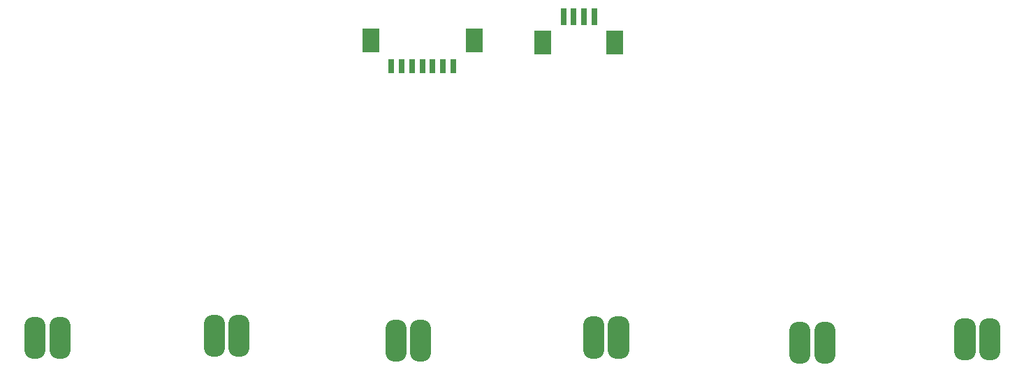
<source format=gbr>
G04 EAGLE Gerber RS-274X export*
G75*
%MOMM*%
%FSLAX34Y34*%
%LPD*%
%INSolderpaste Top*%
%IPPOS*%
%AMOC8*
5,1,8,0,0,1.08239X$1,22.5*%
G01*
%ADD10C,2.108200*%
%ADD11R,0.800000X1.800000*%
%ADD12R,2.100000X3.000000*%
%ADD13R,0.800000X2.000000*%


D10*
X1203288Y206014D02*
X1203288Y176296D01*
X1198970Y176296D01*
X1198970Y206014D01*
X1203288Y206014D01*
X1203288Y196324D02*
X1198970Y196324D01*
X1233288Y206014D02*
X1233288Y176296D01*
X1228970Y176296D01*
X1228970Y206014D01*
X1233288Y206014D01*
X1233288Y196324D02*
X1228970Y196324D01*
X1003288Y202214D02*
X1003288Y172496D01*
X998970Y172496D01*
X998970Y202214D01*
X1003288Y202214D01*
X1003288Y192524D02*
X998970Y192524D01*
X1033288Y202214D02*
X1033288Y172496D01*
X1028970Y172496D01*
X1028970Y202214D01*
X1033288Y202214D01*
X1033288Y192524D02*
X1028970Y192524D01*
X753288Y178696D02*
X753288Y208414D01*
X753288Y178696D02*
X748970Y178696D01*
X748970Y208414D01*
X753288Y208414D01*
X753288Y198724D02*
X748970Y198724D01*
X783288Y208414D02*
X783288Y178696D01*
X778970Y178696D01*
X778970Y208414D01*
X783288Y208414D01*
X783288Y198724D02*
X778970Y198724D01*
X513288Y204614D02*
X513288Y174896D01*
X508970Y174896D01*
X508970Y204614D01*
X513288Y204614D01*
X513288Y194924D02*
X508970Y194924D01*
X543288Y204614D02*
X543288Y174896D01*
X538970Y174896D01*
X538970Y204614D01*
X543288Y204614D01*
X543288Y194924D02*
X538970Y194924D01*
X293288Y181096D02*
X293288Y210814D01*
X293288Y181096D02*
X288970Y181096D01*
X288970Y210814D01*
X293288Y210814D01*
X293288Y201124D02*
X288970Y201124D01*
X323288Y210814D02*
X323288Y181096D01*
X318970Y181096D01*
X318970Y210814D01*
X323288Y210814D01*
X323288Y201124D02*
X318970Y201124D01*
X76288Y208014D02*
X76288Y178296D01*
X71970Y178296D01*
X71970Y208014D01*
X76288Y208014D01*
X76288Y198324D02*
X71970Y198324D01*
X106288Y208014D02*
X106288Y178296D01*
X101970Y178296D01*
X101970Y208014D01*
X106288Y208014D01*
X106288Y198324D02*
X101970Y198324D01*
D11*
X581329Y522655D03*
X568829Y522655D03*
X556329Y522655D03*
X543829Y522655D03*
X531329Y522655D03*
X518829Y522655D03*
X506329Y522655D03*
D12*
X606329Y553905D03*
X481329Y553905D03*
D13*
X714779Y582655D03*
X727279Y582655D03*
X739779Y582655D03*
X752279Y582655D03*
D12*
X689779Y551405D03*
X777279Y551405D03*
M02*

</source>
